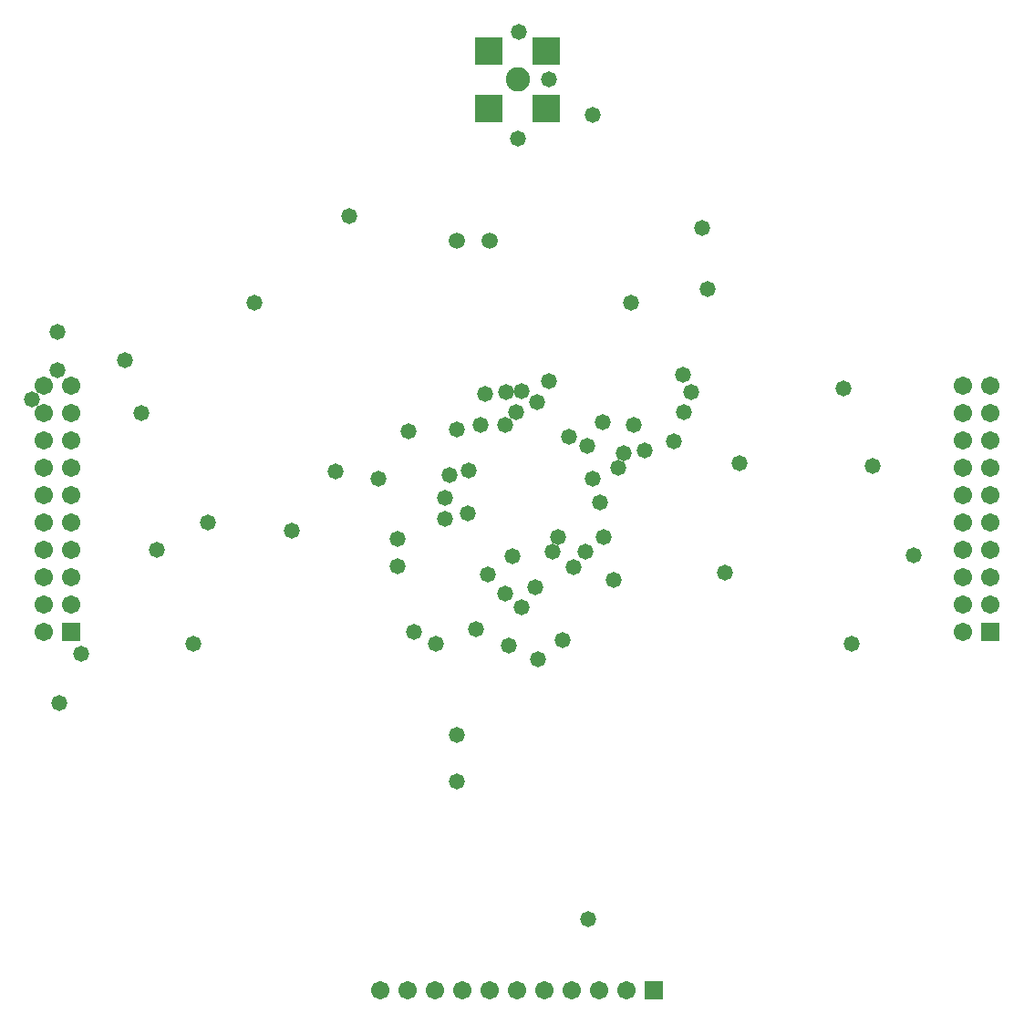
<source format=gbs>
G04*
G04 #@! TF.GenerationSoftware,Altium Limited,Altium Designer,18.1.9 (240)*
G04*
G04 Layer_Color=16711935*
%FSLAX24Y24*%
%MOIN*%
G70*
G01*
G75*
%ADD36R,0.1041X0.1041*%
%ADD37C,0.0887*%
%ADD38C,0.0592*%
%ADD39C,0.0671*%
%ADD40R,0.0671X0.0671*%
%ADD41R,0.0671X0.0671*%
%ADD42C,0.0580*%
D36*
X18221Y33603D02*
D03*
Y35697D02*
D03*
X20315Y33603D02*
D03*
Y35697D02*
D03*
D37*
X19268Y34650D02*
D03*
D38*
X18260Y28750D02*
D03*
X17040D02*
D03*
D39*
X14250Y1350D02*
D03*
X15250D02*
D03*
X16250D02*
D03*
X17250D02*
D03*
X18250D02*
D03*
X19250D02*
D03*
X20250D02*
D03*
X21250D02*
D03*
X22250D02*
D03*
X23250D02*
D03*
X35550Y23450D02*
D03*
Y22450D02*
D03*
Y21450D02*
D03*
Y20450D02*
D03*
Y19450D02*
D03*
Y18450D02*
D03*
Y17450D02*
D03*
Y16450D02*
D03*
Y15450D02*
D03*
Y14450D02*
D03*
X36550Y23450D02*
D03*
Y22450D02*
D03*
Y21450D02*
D03*
Y20450D02*
D03*
Y19450D02*
D03*
Y18450D02*
D03*
Y17450D02*
D03*
Y16450D02*
D03*
Y15450D02*
D03*
X1950Y23450D02*
D03*
Y22450D02*
D03*
Y21450D02*
D03*
Y20450D02*
D03*
Y19450D02*
D03*
Y18450D02*
D03*
Y17450D02*
D03*
Y16450D02*
D03*
Y15450D02*
D03*
Y14450D02*
D03*
X2950Y23450D02*
D03*
Y22450D02*
D03*
Y21450D02*
D03*
Y20450D02*
D03*
Y19450D02*
D03*
Y18450D02*
D03*
Y17450D02*
D03*
Y16450D02*
D03*
Y15450D02*
D03*
D40*
X24250Y1350D02*
D03*
D41*
X36550Y14450D02*
D03*
X2950D02*
D03*
D42*
X20400Y34650D02*
D03*
X22000Y33350D02*
D03*
X19300Y36375D02*
D03*
X19268Y32500D02*
D03*
X17740Y14540D02*
D03*
X16600Y18600D02*
D03*
X9650Y26490D02*
D03*
X20010Y13440D02*
D03*
X2530Y11870D02*
D03*
X21750Y17400D02*
D03*
X21860Y3970D02*
D03*
X24970Y21430D02*
D03*
X25610Y23220D02*
D03*
X22270Y19205D02*
D03*
X23910Y21080D02*
D03*
X22000Y20070D02*
D03*
X21160Y21580D02*
D03*
X21830Y21250D02*
D03*
X17050Y21850D02*
D03*
X18850Y23231D02*
D03*
X20420Y23636D02*
D03*
X19995Y22850D02*
D03*
X17050Y10680D02*
D03*
X31475Y14035D02*
D03*
X16275Y14020D02*
D03*
X7410D02*
D03*
X11020Y18150D02*
D03*
X17480Y20340D02*
D03*
X14190Y20060D02*
D03*
X16600Y19370D02*
D03*
X15270Y21790D02*
D03*
X23140Y20980D02*
D03*
X27370Y20620D02*
D03*
X18170Y16540D02*
D03*
X14890Y16850D02*
D03*
X20550Y17380D02*
D03*
X18070Y23160D02*
D03*
X5520Y22440D02*
D03*
X17920Y22020D02*
D03*
X12600Y20326D02*
D03*
X25340Y22500D02*
D03*
X31180Y23370D02*
D03*
X26010Y29220D02*
D03*
X25310Y23850D02*
D03*
X20920Y14170D02*
D03*
X3320Y13660D02*
D03*
X2450Y25430D02*
D03*
X32250Y20510D02*
D03*
X22940Y20440D02*
D03*
X23510Y22010D02*
D03*
X4900Y24400D02*
D03*
X14890Y17850D02*
D03*
X20750Y17920D02*
D03*
X18960Y13970D02*
D03*
X19080Y17220D02*
D03*
X17439Y18800D02*
D03*
X22370Y22120D02*
D03*
X18830Y22030D02*
D03*
X21320Y16810D02*
D03*
X17050Y8980D02*
D03*
X15470Y14450D02*
D03*
X18830Y15870D02*
D03*
X19400Y15350D02*
D03*
X33740Y17260D02*
D03*
X19905Y16073D02*
D03*
X6090Y17450D02*
D03*
X16780Y20190D02*
D03*
X7940Y18460D02*
D03*
X19200Y22480D02*
D03*
X2450Y24030D02*
D03*
X13100Y29660D02*
D03*
X26230Y27000D02*
D03*
X1530Y22970D02*
D03*
X19420Y23250D02*
D03*
X22408Y17926D02*
D03*
X26850Y16620D02*
D03*
X22790Y16360D02*
D03*
X23400Y26490D02*
D03*
M02*

</source>
